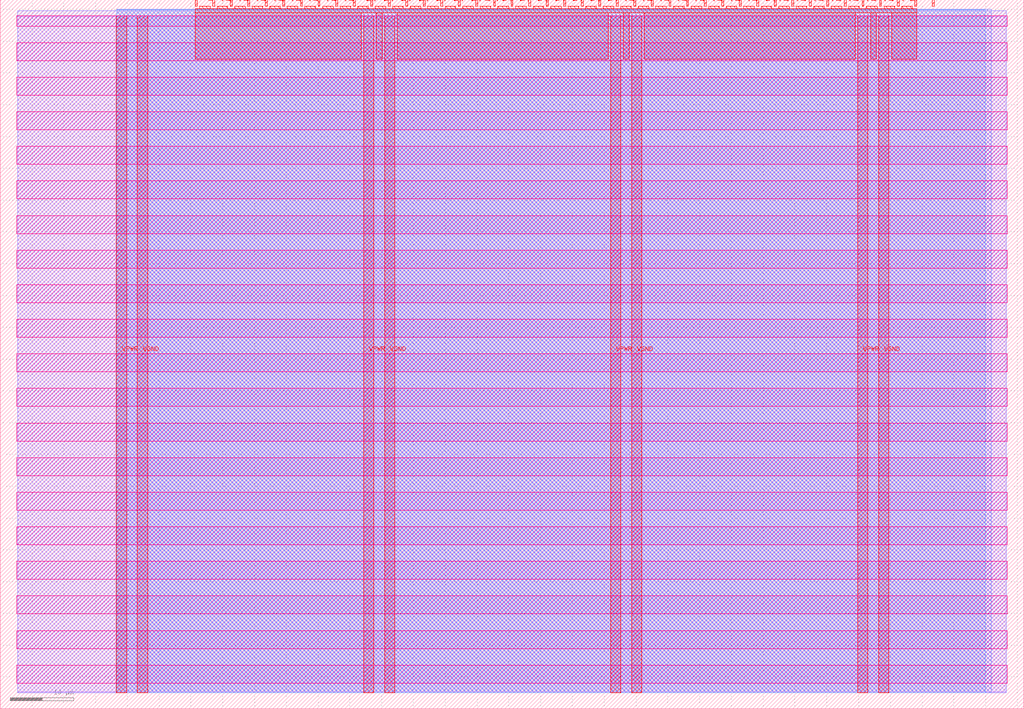
<source format=lef>
VERSION 5.7 ;
  NOWIREEXTENSIONATPIN ON ;
  DIVIDERCHAR "/" ;
  BUSBITCHARS "[]" ;
MACRO tt_um_vga_cbtest
  CLASS BLOCK ;
  FOREIGN tt_um_vga_cbtest ;
  ORIGIN 0.000 0.000 ;
  SIZE 161.000 BY 111.520 ;
  PIN VGND
    DIRECTION INOUT ;
    USE GROUND ;
    PORT
      LAYER met4 ;
        RECT 21.580 2.480 23.180 109.040 ;
    END
    PORT
      LAYER met4 ;
        RECT 60.450 2.480 62.050 109.040 ;
    END
    PORT
      LAYER met4 ;
        RECT 99.320 2.480 100.920 109.040 ;
    END
    PORT
      LAYER met4 ;
        RECT 138.190 2.480 139.790 109.040 ;
    END
  END VGND
  PIN VPWR
    DIRECTION INOUT ;
    USE POWER ;
    PORT
      LAYER met4 ;
        RECT 18.280 2.480 19.880 109.040 ;
    END
    PORT
      LAYER met4 ;
        RECT 57.150 2.480 58.750 109.040 ;
    END
    PORT
      LAYER met4 ;
        RECT 96.020 2.480 97.620 109.040 ;
    END
    PORT
      LAYER met4 ;
        RECT 134.890 2.480 136.490 109.040 ;
    END
  END VPWR
  PIN clk
    DIRECTION INPUT ;
    USE SIGNAL ;
    ANTENNAGATEAREA 0.852000 ;
    PORT
      LAYER met4 ;
        RECT 143.830 110.520 144.130 111.520 ;
    END
  END clk
  PIN ena
    DIRECTION INPUT ;
    USE SIGNAL ;
    PORT
      LAYER met4 ;
        RECT 146.590 110.520 146.890 111.520 ;
    END
  END ena
  PIN rst_n
    DIRECTION INPUT ;
    USE SIGNAL ;
    ANTENNAGATEAREA 0.126000 ;
    PORT
      LAYER met4 ;
        RECT 141.070 110.520 141.370 111.520 ;
    END
  END rst_n
  PIN ui_in[0]
    DIRECTION INPUT ;
    USE SIGNAL ;
    PORT
      LAYER met4 ;
        RECT 138.310 110.520 138.610 111.520 ;
    END
  END ui_in[0]
  PIN ui_in[1]
    DIRECTION INPUT ;
    USE SIGNAL ;
    PORT
      LAYER met4 ;
        RECT 135.550 110.520 135.850 111.520 ;
    END
  END ui_in[1]
  PIN ui_in[2]
    DIRECTION INPUT ;
    USE SIGNAL ;
    PORT
      LAYER met4 ;
        RECT 132.790 110.520 133.090 111.520 ;
    END
  END ui_in[2]
  PIN ui_in[3]
    DIRECTION INPUT ;
    USE SIGNAL ;
    PORT
      LAYER met4 ;
        RECT 130.030 110.520 130.330 111.520 ;
    END
  END ui_in[3]
  PIN ui_in[4]
    DIRECTION INPUT ;
    USE SIGNAL ;
    PORT
      LAYER met4 ;
        RECT 127.270 110.520 127.570 111.520 ;
    END
  END ui_in[4]
  PIN ui_in[5]
    DIRECTION INPUT ;
    USE SIGNAL ;
    PORT
      LAYER met4 ;
        RECT 124.510 110.520 124.810 111.520 ;
    END
  END ui_in[5]
  PIN ui_in[6]
    DIRECTION INPUT ;
    USE SIGNAL ;
    PORT
      LAYER met4 ;
        RECT 121.750 110.520 122.050 111.520 ;
    END
  END ui_in[6]
  PIN ui_in[7]
    DIRECTION INPUT ;
    USE SIGNAL ;
    PORT
      LAYER met4 ;
        RECT 118.990 110.520 119.290 111.520 ;
    END
  END ui_in[7]
  PIN uio_in[0]
    DIRECTION INPUT ;
    USE SIGNAL ;
    PORT
      LAYER met4 ;
        RECT 116.230 110.520 116.530 111.520 ;
    END
  END uio_in[0]
  PIN uio_in[1]
    DIRECTION INPUT ;
    USE SIGNAL ;
    PORT
      LAYER met4 ;
        RECT 113.470 110.520 113.770 111.520 ;
    END
  END uio_in[1]
  PIN uio_in[2]
    DIRECTION INPUT ;
    USE SIGNAL ;
    PORT
      LAYER met4 ;
        RECT 110.710 110.520 111.010 111.520 ;
    END
  END uio_in[2]
  PIN uio_in[3]
    DIRECTION INPUT ;
    USE SIGNAL ;
    PORT
      LAYER met4 ;
        RECT 107.950 110.520 108.250 111.520 ;
    END
  END uio_in[3]
  PIN uio_in[4]
    DIRECTION INPUT ;
    USE SIGNAL ;
    PORT
      LAYER met4 ;
        RECT 105.190 110.520 105.490 111.520 ;
    END
  END uio_in[4]
  PIN uio_in[5]
    DIRECTION INPUT ;
    USE SIGNAL ;
    PORT
      LAYER met4 ;
        RECT 102.430 110.520 102.730 111.520 ;
    END
  END uio_in[5]
  PIN uio_in[6]
    DIRECTION INPUT ;
    USE SIGNAL ;
    PORT
      LAYER met4 ;
        RECT 99.670 110.520 99.970 111.520 ;
    END
  END uio_in[6]
  PIN uio_in[7]
    DIRECTION INPUT ;
    USE SIGNAL ;
    PORT
      LAYER met4 ;
        RECT 96.910 110.520 97.210 111.520 ;
    END
  END uio_in[7]
  PIN uio_oe[0]
    DIRECTION OUTPUT ;
    USE SIGNAL ;
    ANTENNADIFFAREA 0.445500 ;
    PORT
      LAYER met4 ;
        RECT 49.990 110.520 50.290 111.520 ;
    END
  END uio_oe[0]
  PIN uio_oe[1]
    DIRECTION OUTPUT ;
    USE SIGNAL ;
    ANTENNADIFFAREA 0.445500 ;
    PORT
      LAYER met4 ;
        RECT 47.230 110.520 47.530 111.520 ;
    END
  END uio_oe[1]
  PIN uio_oe[2]
    DIRECTION OUTPUT ;
    USE SIGNAL ;
    ANTENNADIFFAREA 0.445500 ;
    PORT
      LAYER met4 ;
        RECT 44.470 110.520 44.770 111.520 ;
    END
  END uio_oe[2]
  PIN uio_oe[3]
    DIRECTION OUTPUT ;
    USE SIGNAL ;
    ANTENNADIFFAREA 0.445500 ;
    PORT
      LAYER met4 ;
        RECT 41.710 110.520 42.010 111.520 ;
    END
  END uio_oe[3]
  PIN uio_oe[4]
    DIRECTION OUTPUT ;
    USE SIGNAL ;
    ANTENNADIFFAREA 0.445500 ;
    PORT
      LAYER met4 ;
        RECT 38.950 110.520 39.250 111.520 ;
    END
  END uio_oe[4]
  PIN uio_oe[5]
    DIRECTION OUTPUT ;
    USE SIGNAL ;
    ANTENNADIFFAREA 0.445500 ;
    PORT
      LAYER met4 ;
        RECT 36.190 110.520 36.490 111.520 ;
    END
  END uio_oe[5]
  PIN uio_oe[6]
    DIRECTION OUTPUT ;
    USE SIGNAL ;
    ANTENNADIFFAREA 0.445500 ;
    PORT
      LAYER met4 ;
        RECT 33.430 110.520 33.730 111.520 ;
    END
  END uio_oe[6]
  PIN uio_oe[7]
    DIRECTION OUTPUT ;
    USE SIGNAL ;
    ANTENNADIFFAREA 0.445500 ;
    PORT
      LAYER met4 ;
        RECT 30.670 110.520 30.970 111.520 ;
    END
  END uio_oe[7]
  PIN uio_out[0]
    DIRECTION OUTPUT ;
    USE SIGNAL ;
    ANTENNADIFFAREA 0.445500 ;
    PORT
      LAYER met4 ;
        RECT 72.070 110.520 72.370 111.520 ;
    END
  END uio_out[0]
  PIN uio_out[1]
    DIRECTION OUTPUT ;
    USE SIGNAL ;
    ANTENNADIFFAREA 0.445500 ;
    PORT
      LAYER met4 ;
        RECT 69.310 110.520 69.610 111.520 ;
    END
  END uio_out[1]
  PIN uio_out[2]
    DIRECTION OUTPUT ;
    USE SIGNAL ;
    ANTENNADIFFAREA 0.445500 ;
    PORT
      LAYER met4 ;
        RECT 66.550 110.520 66.850 111.520 ;
    END
  END uio_out[2]
  PIN uio_out[3]
    DIRECTION OUTPUT ;
    USE SIGNAL ;
    ANTENNADIFFAREA 0.445500 ;
    PORT
      LAYER met4 ;
        RECT 63.790 110.520 64.090 111.520 ;
    END
  END uio_out[3]
  PIN uio_out[4]
    DIRECTION OUTPUT ;
    USE SIGNAL ;
    ANTENNADIFFAREA 0.445500 ;
    PORT
      LAYER met4 ;
        RECT 61.030 110.520 61.330 111.520 ;
    END
  END uio_out[4]
  PIN uio_out[5]
    DIRECTION OUTPUT ;
    USE SIGNAL ;
    ANTENNADIFFAREA 0.445500 ;
    PORT
      LAYER met4 ;
        RECT 58.270 110.520 58.570 111.520 ;
    END
  END uio_out[5]
  PIN uio_out[6]
    DIRECTION OUTPUT ;
    USE SIGNAL ;
    ANTENNADIFFAREA 0.445500 ;
    PORT
      LAYER met4 ;
        RECT 55.510 110.520 55.810 111.520 ;
    END
  END uio_out[6]
  PIN uio_out[7]
    DIRECTION OUTPUT ;
    USE SIGNAL ;
    ANTENNADIFFAREA 0.445500 ;
    PORT
      LAYER met4 ;
        RECT 52.750 110.520 53.050 111.520 ;
    END
  END uio_out[7]
  PIN uo_out[0]
    DIRECTION OUTPUT ;
    USE SIGNAL ;
    ANTENNADIFFAREA 0.445500 ;
    PORT
      LAYER met4 ;
        RECT 94.150 110.520 94.450 111.520 ;
    END
  END uo_out[0]
  PIN uo_out[1]
    DIRECTION OUTPUT ;
    USE SIGNAL ;
    ANTENNADIFFAREA 0.445500 ;
    PORT
      LAYER met4 ;
        RECT 91.390 110.520 91.690 111.520 ;
    END
  END uo_out[1]
  PIN uo_out[2]
    DIRECTION OUTPUT ;
    USE SIGNAL ;
    ANTENNADIFFAREA 0.445500 ;
    PORT
      LAYER met4 ;
        RECT 88.630 110.520 88.930 111.520 ;
    END
  END uo_out[2]
  PIN uo_out[3]
    DIRECTION OUTPUT ;
    USE SIGNAL ;
    ANTENNADIFFAREA 0.445500 ;
    PORT
      LAYER met4 ;
        RECT 85.870 110.520 86.170 111.520 ;
    END
  END uo_out[3]
  PIN uo_out[4]
    DIRECTION OUTPUT ;
    USE SIGNAL ;
    ANTENNADIFFAREA 0.445500 ;
    PORT
      LAYER met4 ;
        RECT 83.110 110.520 83.410 111.520 ;
    END
  END uo_out[4]
  PIN uo_out[5]
    DIRECTION OUTPUT ;
    USE SIGNAL ;
    ANTENNAGATEAREA 0.318000 ;
    ANTENNADIFFAREA 0.445500 ;
    PORT
      LAYER met4 ;
        RECT 80.350 110.520 80.650 111.520 ;
    END
  END uo_out[5]
  PIN uo_out[6]
    DIRECTION OUTPUT ;
    USE SIGNAL ;
    ANTENNAGATEAREA 0.318000 ;
    ANTENNADIFFAREA 0.891000 ;
    PORT
      LAYER met4 ;
        RECT 77.590 110.520 77.890 111.520 ;
    END
  END uo_out[6]
  PIN uo_out[7]
    DIRECTION OUTPUT ;
    USE SIGNAL ;
    ANTENNADIFFAREA 0.445500 ;
    PORT
      LAYER met4 ;
        RECT 74.830 110.520 75.130 111.520 ;
    END
  END uo_out[7]
  OBS
      LAYER nwell ;
        RECT 2.570 107.385 158.430 108.990 ;
        RECT 2.570 101.945 158.430 104.775 ;
        RECT 2.570 96.505 158.430 99.335 ;
        RECT 2.570 91.065 158.430 93.895 ;
        RECT 2.570 85.625 158.430 88.455 ;
        RECT 2.570 80.185 158.430 83.015 ;
        RECT 2.570 74.745 158.430 77.575 ;
        RECT 2.570 69.305 158.430 72.135 ;
        RECT 2.570 63.865 158.430 66.695 ;
        RECT 2.570 58.425 158.430 61.255 ;
        RECT 2.570 52.985 158.430 55.815 ;
        RECT 2.570 47.545 158.430 50.375 ;
        RECT 2.570 42.105 158.430 44.935 ;
        RECT 2.570 36.665 158.430 39.495 ;
        RECT 2.570 31.225 158.430 34.055 ;
        RECT 2.570 25.785 158.430 28.615 ;
        RECT 2.570 20.345 158.430 23.175 ;
        RECT 2.570 14.905 158.430 17.735 ;
        RECT 2.570 9.465 158.430 12.295 ;
        RECT 2.570 4.025 158.430 6.855 ;
      LAYER li1 ;
        RECT 2.760 2.635 158.240 108.885 ;
      LAYER met1 ;
        RECT 2.760 2.480 158.240 109.780 ;
      LAYER met2 ;
        RECT 18.310 2.535 155.840 110.005 ;
      LAYER met3 ;
        RECT 18.290 2.555 154.955 109.985 ;
      LAYER met4 ;
        RECT 31.370 110.120 33.030 110.520 ;
        RECT 34.130 110.120 35.790 110.520 ;
        RECT 36.890 110.120 38.550 110.520 ;
        RECT 39.650 110.120 41.310 110.520 ;
        RECT 42.410 110.120 44.070 110.520 ;
        RECT 45.170 110.120 46.830 110.520 ;
        RECT 47.930 110.120 49.590 110.520 ;
        RECT 50.690 110.120 52.350 110.520 ;
        RECT 53.450 110.120 55.110 110.520 ;
        RECT 56.210 110.120 57.870 110.520 ;
        RECT 58.970 110.120 60.630 110.520 ;
        RECT 61.730 110.120 63.390 110.520 ;
        RECT 64.490 110.120 66.150 110.520 ;
        RECT 67.250 110.120 68.910 110.520 ;
        RECT 70.010 110.120 71.670 110.520 ;
        RECT 72.770 110.120 74.430 110.520 ;
        RECT 75.530 110.120 77.190 110.520 ;
        RECT 78.290 110.120 79.950 110.520 ;
        RECT 81.050 110.120 82.710 110.520 ;
        RECT 83.810 110.120 85.470 110.520 ;
        RECT 86.570 110.120 88.230 110.520 ;
        RECT 89.330 110.120 90.990 110.520 ;
        RECT 92.090 110.120 93.750 110.520 ;
        RECT 94.850 110.120 96.510 110.520 ;
        RECT 97.610 110.120 99.270 110.520 ;
        RECT 100.370 110.120 102.030 110.520 ;
        RECT 103.130 110.120 104.790 110.520 ;
        RECT 105.890 110.120 107.550 110.520 ;
        RECT 108.650 110.120 110.310 110.520 ;
        RECT 111.410 110.120 113.070 110.520 ;
        RECT 114.170 110.120 115.830 110.520 ;
        RECT 116.930 110.120 118.590 110.520 ;
        RECT 119.690 110.120 121.350 110.520 ;
        RECT 122.450 110.120 124.110 110.520 ;
        RECT 125.210 110.120 126.870 110.520 ;
        RECT 127.970 110.120 129.630 110.520 ;
        RECT 130.730 110.120 132.390 110.520 ;
        RECT 133.490 110.120 135.150 110.520 ;
        RECT 136.250 110.120 137.910 110.520 ;
        RECT 139.010 110.120 140.670 110.520 ;
        RECT 141.770 110.120 143.430 110.520 ;
        RECT 30.655 109.440 144.145 110.120 ;
        RECT 30.655 102.175 56.750 109.440 ;
        RECT 59.150 102.175 60.050 109.440 ;
        RECT 62.450 102.175 95.620 109.440 ;
        RECT 98.020 102.175 98.920 109.440 ;
        RECT 101.320 102.175 134.490 109.440 ;
        RECT 136.890 102.175 137.790 109.440 ;
        RECT 140.190 102.175 144.145 109.440 ;
  END
END tt_um_vga_cbtest
END LIBRARY


</source>
